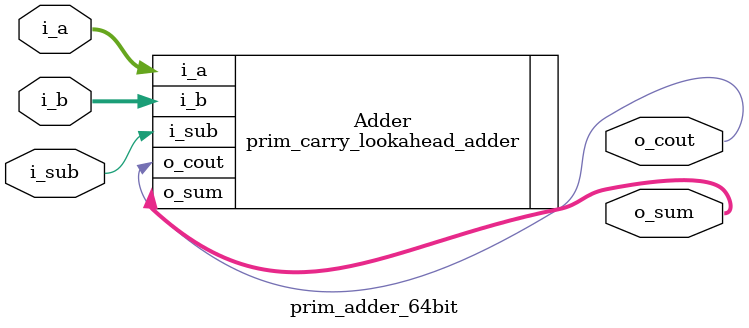
<source format=sv>
module prim_adder_64bit(
    input  logic [63:0] i_a,
    input  logic [63:0] i_b,
    input  logic        i_sub,
    output logic [63:0] o_sum,
    output logic        o_cout
);

prim_carry_lookahead_adder #(.WIDTH(64)) Adder(
    .i_a   (i_a)   ,
    .i_b   (i_b)   ,
    .i_sub (i_sub) ,
    .o_sum (o_sum) ,
    .o_cout(o_cout)
);



endmodule : prim_adder_64bit

</source>
